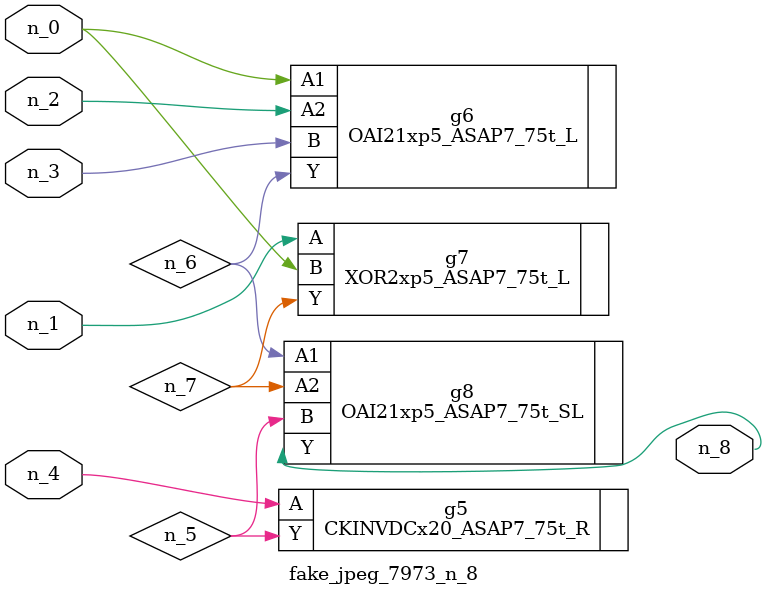
<source format=v>
module fake_jpeg_7973_n_8 (n_3, n_2, n_1, n_0, n_4, n_8);

input n_3;
input n_2;
input n_1;
input n_0;
input n_4;

output n_8;

wire n_6;
wire n_5;
wire n_7;

CKINVDCx20_ASAP7_75t_R g5 ( 
.A(n_4),
.Y(n_5)
);

OAI21xp5_ASAP7_75t_L g6 ( 
.A1(n_0),
.A2(n_2),
.B(n_3),
.Y(n_6)
);

XOR2xp5_ASAP7_75t_L g7 ( 
.A(n_1),
.B(n_0),
.Y(n_7)
);

OAI21xp5_ASAP7_75t_SL g8 ( 
.A1(n_6),
.A2(n_7),
.B(n_5),
.Y(n_8)
);


endmodule
</source>
